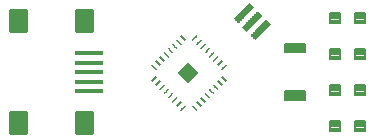
<source format=gbr>
G04 EAGLE Gerber RS-274X export*
G75*
%MOMM*%
%FSLAX34Y34*%
%LPD*%
%INSolderpaste Top*%
%IPPOS*%
%AMOC8*
5,1,8,0,0,1.08239X$1,22.5*%
G01*
%ADD10C,0.155447*%
%ADD11R,2.387600X0.355600*%
%ADD12C,0.373888*%
%ADD13C,0.060234*%
%ADD14C,0.209519*%
%ADD15R,1.270000X1.270000*%
%ADD16C,0.071453*%


D10*
X236743Y105679D02*
X236743Y112761D01*
X253477Y112761D01*
X253477Y105679D01*
X236743Y105679D01*
X236743Y107155D02*
X253477Y107155D01*
X253477Y108631D02*
X236743Y108631D01*
X236743Y110107D02*
X253477Y110107D01*
X253477Y111583D02*
X236743Y111583D01*
X236743Y72756D02*
X236743Y65674D01*
X236743Y72756D02*
X253477Y72756D01*
X253477Y65674D01*
X236743Y65674D01*
X236743Y67150D02*
X253477Y67150D01*
X253477Y68626D02*
X236743Y68626D01*
X236743Y70102D02*
X253477Y70102D01*
X253477Y71578D02*
X236743Y71578D01*
D11*
X70612Y72898D03*
X70612Y80898D03*
X70612Y88898D03*
X70612Y96898D03*
X70612Y104898D03*
D12*
X17391Y54522D02*
X4873Y54522D01*
X17391Y54522D02*
X17391Y36924D01*
X4873Y36924D01*
X4873Y54522D01*
X4873Y40476D02*
X17391Y40476D01*
X17391Y44028D02*
X4873Y44028D01*
X4873Y47580D02*
X17391Y47580D01*
X17391Y51132D02*
X4873Y51132D01*
X60753Y54522D02*
X73271Y54522D01*
X73271Y36924D01*
X60753Y36924D01*
X60753Y54522D01*
X60753Y40476D02*
X73271Y40476D01*
X73271Y44028D02*
X60753Y44028D01*
X60753Y47580D02*
X73271Y47580D01*
X73271Y51132D02*
X60753Y51132D01*
X60753Y140882D02*
X73271Y140882D01*
X73271Y123284D01*
X60753Y123284D01*
X60753Y140882D01*
X60753Y126836D02*
X73271Y126836D01*
X73271Y130388D02*
X60753Y130388D01*
X60753Y133940D02*
X73271Y133940D01*
X73271Y137492D02*
X60753Y137492D01*
X17391Y140882D02*
X4873Y140882D01*
X17391Y140882D02*
X17391Y123284D01*
X4873Y123284D01*
X4873Y140882D01*
X4873Y126836D02*
X17391Y126836D01*
X17391Y130388D02*
X4873Y130388D01*
X4873Y133940D02*
X17391Y133940D01*
X17391Y137492D02*
X4873Y137492D01*
D13*
X196867Y131093D02*
X209505Y143731D01*
X196867Y131093D02*
X193421Y134539D01*
X206059Y147177D01*
X209505Y143731D01*
X197439Y131665D02*
X196295Y131665D01*
X195723Y132237D02*
X198011Y132237D01*
X198583Y132809D02*
X195151Y132809D01*
X194579Y133381D02*
X199155Y133381D01*
X199727Y133953D02*
X194007Y133953D01*
X193435Y134525D02*
X200299Y134525D01*
X200871Y135097D02*
X193979Y135097D01*
X194551Y135669D02*
X201443Y135669D01*
X202015Y136241D02*
X195123Y136241D01*
X195695Y136813D02*
X202587Y136813D01*
X203159Y137385D02*
X196267Y137385D01*
X196839Y137957D02*
X203731Y137957D01*
X204303Y138529D02*
X197411Y138529D01*
X197983Y139101D02*
X204875Y139101D01*
X205447Y139673D02*
X198555Y139673D01*
X199127Y140245D02*
X206019Y140245D01*
X206591Y140817D02*
X199699Y140817D01*
X200271Y141389D02*
X207163Y141389D01*
X207735Y141961D02*
X200843Y141961D01*
X201415Y142533D02*
X208307Y142533D01*
X208879Y143105D02*
X201987Y143105D01*
X202559Y143677D02*
X209451Y143677D01*
X208987Y144249D02*
X203131Y144249D01*
X203703Y144821D02*
X208415Y144821D01*
X207843Y145393D02*
X204275Y145393D01*
X204847Y145965D02*
X207271Y145965D01*
X206699Y146537D02*
X205419Y146537D01*
X205991Y147109D02*
X206127Y147109D01*
X216576Y136660D02*
X203938Y124022D01*
X200492Y127468D01*
X213130Y140106D01*
X216576Y136660D01*
X204510Y124594D02*
X203366Y124594D01*
X202794Y125166D02*
X205082Y125166D01*
X205654Y125738D02*
X202222Y125738D01*
X201650Y126310D02*
X206226Y126310D01*
X206798Y126882D02*
X201078Y126882D01*
X200506Y127454D02*
X207370Y127454D01*
X207942Y128026D02*
X201050Y128026D01*
X201622Y128598D02*
X208514Y128598D01*
X209086Y129170D02*
X202194Y129170D01*
X202766Y129742D02*
X209658Y129742D01*
X210230Y130314D02*
X203338Y130314D01*
X203910Y130886D02*
X210802Y130886D01*
X211374Y131458D02*
X204482Y131458D01*
X205054Y132030D02*
X211946Y132030D01*
X212518Y132602D02*
X205626Y132602D01*
X206198Y133174D02*
X213090Y133174D01*
X213662Y133746D02*
X206770Y133746D01*
X207342Y134318D02*
X214234Y134318D01*
X214806Y134890D02*
X207914Y134890D01*
X208486Y135462D02*
X215378Y135462D01*
X215950Y136034D02*
X209058Y136034D01*
X209630Y136606D02*
X216522Y136606D01*
X216058Y137178D02*
X210202Y137178D01*
X210774Y137750D02*
X215486Y137750D01*
X214914Y138322D02*
X211346Y138322D01*
X211918Y138894D02*
X214342Y138894D01*
X213770Y139466D02*
X212490Y139466D01*
X213062Y140038D02*
X213198Y140038D01*
X223647Y129589D02*
X211009Y116951D01*
X207563Y120397D01*
X220201Y133035D01*
X223647Y129589D01*
X211581Y117523D02*
X210437Y117523D01*
X209865Y118095D02*
X212153Y118095D01*
X212725Y118667D02*
X209293Y118667D01*
X208721Y119239D02*
X213297Y119239D01*
X213869Y119811D02*
X208149Y119811D01*
X207577Y120383D02*
X214441Y120383D01*
X215013Y120955D02*
X208121Y120955D01*
X208693Y121527D02*
X215585Y121527D01*
X216157Y122099D02*
X209265Y122099D01*
X209837Y122671D02*
X216729Y122671D01*
X217301Y123243D02*
X210409Y123243D01*
X210981Y123815D02*
X217873Y123815D01*
X218445Y124387D02*
X211553Y124387D01*
X212125Y124959D02*
X219017Y124959D01*
X219589Y125531D02*
X212697Y125531D01*
X213269Y126103D02*
X220161Y126103D01*
X220733Y126675D02*
X213841Y126675D01*
X214413Y127247D02*
X221305Y127247D01*
X221877Y127819D02*
X214985Y127819D01*
X215557Y128391D02*
X222449Y128391D01*
X223021Y128963D02*
X216129Y128963D01*
X216701Y129535D02*
X223593Y129535D01*
X223129Y130107D02*
X217273Y130107D01*
X217845Y130679D02*
X222557Y130679D01*
X221985Y131251D02*
X218417Y131251D01*
X218989Y131823D02*
X221413Y131823D01*
X220841Y132395D02*
X219561Y132395D01*
X220133Y132967D02*
X220269Y132967D01*
D14*
X304251Y108331D02*
X304251Y99949D01*
X295869Y99949D01*
X295869Y108331D01*
X304251Y108331D01*
X304251Y101939D02*
X295869Y101939D01*
X295869Y103929D02*
X304251Y103929D01*
X304251Y105919D02*
X295869Y105919D01*
X295869Y107909D02*
X304251Y107909D01*
X283251Y108331D02*
X283251Y99949D01*
X274869Y99949D01*
X274869Y108331D01*
X283251Y108331D01*
X283251Y101939D02*
X274869Y101939D01*
X274869Y103929D02*
X283251Y103929D01*
X283251Y105919D02*
X274869Y105919D01*
X274869Y107909D02*
X283251Y107909D01*
X304251Y130429D02*
X304251Y138811D01*
X304251Y130429D02*
X295869Y130429D01*
X295869Y138811D01*
X304251Y138811D01*
X304251Y132419D02*
X295869Y132419D01*
X295869Y134409D02*
X304251Y134409D01*
X304251Y136399D02*
X295869Y136399D01*
X295869Y138389D02*
X304251Y138389D01*
X283251Y138811D02*
X283251Y130429D01*
X274869Y130429D01*
X274869Y138811D01*
X283251Y138811D01*
X283251Y132419D02*
X274869Y132419D01*
X274869Y134409D02*
X283251Y134409D01*
X283251Y136399D02*
X274869Y136399D01*
X274869Y138389D02*
X283251Y138389D01*
X274869Y77851D02*
X274869Y69469D01*
X274869Y77851D02*
X283251Y77851D01*
X283251Y69469D01*
X274869Y69469D01*
X274869Y71459D02*
X283251Y71459D01*
X283251Y73449D02*
X274869Y73449D01*
X274869Y75439D02*
X283251Y75439D01*
X283251Y77429D02*
X274869Y77429D01*
X295869Y77851D02*
X295869Y69469D01*
X295869Y77851D02*
X304251Y77851D01*
X304251Y69469D01*
X295869Y69469D01*
X295869Y71459D02*
X304251Y71459D01*
X304251Y73449D02*
X295869Y73449D01*
X295869Y75439D02*
X304251Y75439D01*
X304251Y77429D02*
X295869Y77429D01*
X274869Y47371D02*
X274869Y38989D01*
X274869Y47371D02*
X283251Y47371D01*
X283251Y38989D01*
X274869Y38989D01*
X274869Y40979D02*
X283251Y40979D01*
X283251Y42969D02*
X274869Y42969D01*
X274869Y44959D02*
X283251Y44959D01*
X283251Y46949D02*
X274869Y46949D01*
X295869Y47371D02*
X295869Y38989D01*
X295869Y47371D02*
X304251Y47371D01*
X304251Y38989D01*
X295869Y38989D01*
X295869Y40979D02*
X304251Y40979D01*
X304251Y42969D02*
X295869Y42969D01*
X295869Y44959D02*
X304251Y44959D01*
X304251Y46949D02*
X295869Y46949D01*
D15*
G36*
X145960Y88392D02*
X154940Y97372D01*
X163920Y88392D01*
X154940Y79412D01*
X145960Y88392D01*
G37*
D16*
X182756Y91858D02*
X183154Y91460D01*
X182756Y91858D02*
X186122Y95224D01*
X186520Y94826D01*
X183154Y91460D01*
X183037Y92139D02*
X183833Y92139D01*
X183716Y92818D02*
X184512Y92818D01*
X184395Y93497D02*
X185191Y93497D01*
X185074Y94176D02*
X185870Y94176D01*
X185753Y94855D02*
X186491Y94855D01*
X179619Y94995D02*
X179221Y95393D01*
X182587Y98759D01*
X182985Y98361D01*
X179619Y94995D01*
X179502Y95674D02*
X180298Y95674D01*
X180181Y96353D02*
X180977Y96353D01*
X180860Y97032D02*
X181656Y97032D01*
X181539Y97711D02*
X182335Y97711D01*
X182218Y98390D02*
X182956Y98390D01*
X176083Y98531D02*
X175685Y98929D01*
X179051Y102295D01*
X179449Y101897D01*
X176083Y98531D01*
X175966Y99210D02*
X176762Y99210D01*
X176645Y99889D02*
X177441Y99889D01*
X177324Y100568D02*
X178120Y100568D01*
X178003Y101247D02*
X178799Y101247D01*
X178682Y101926D02*
X179420Y101926D01*
X172548Y102066D02*
X172150Y102464D01*
X175516Y105830D01*
X175914Y105432D01*
X172548Y102066D01*
X172431Y102745D02*
X173227Y102745D01*
X173110Y103424D02*
X173906Y103424D01*
X173789Y104103D02*
X174585Y104103D01*
X174468Y104782D02*
X175264Y104782D01*
X175147Y105461D02*
X175885Y105461D01*
X169012Y105602D02*
X168614Y106000D01*
X171980Y109366D01*
X172378Y108968D01*
X169012Y105602D01*
X168895Y106281D02*
X169691Y106281D01*
X169574Y106960D02*
X170370Y106960D01*
X170253Y107639D02*
X171049Y107639D01*
X170932Y108318D02*
X171728Y108318D01*
X171611Y108997D02*
X172349Y108997D01*
X165477Y109137D02*
X165079Y109535D01*
X168445Y112901D01*
X168843Y112503D01*
X165477Y109137D01*
X165360Y109816D02*
X166156Y109816D01*
X166039Y110495D02*
X166835Y110495D01*
X166718Y111174D02*
X167514Y111174D01*
X167397Y111853D02*
X168193Y111853D01*
X168076Y112532D02*
X168814Y112532D01*
X161941Y112673D02*
X161543Y113071D01*
X164909Y116437D01*
X165307Y116039D01*
X161941Y112673D01*
X161824Y113352D02*
X162620Y113352D01*
X162503Y114031D02*
X163299Y114031D01*
X163182Y114710D02*
X163978Y114710D01*
X163861Y115389D02*
X164657Y115389D01*
X164540Y116068D02*
X165278Y116068D01*
X158406Y116208D02*
X158008Y116606D01*
X161374Y119972D01*
X161772Y119574D01*
X158406Y116208D01*
X158289Y116887D02*
X159085Y116887D01*
X158968Y117566D02*
X159764Y117566D01*
X159647Y118245D02*
X160443Y118245D01*
X160326Y118924D02*
X161122Y118924D01*
X161005Y119603D02*
X161743Y119603D01*
X151872Y116606D02*
X151474Y116208D01*
X148108Y119574D01*
X148506Y119972D01*
X151872Y116606D01*
X151591Y116887D02*
X150795Y116887D01*
X150912Y117566D02*
X150116Y117566D01*
X150233Y118245D02*
X149437Y118245D01*
X149554Y118924D02*
X148758Y118924D01*
X148875Y119603D02*
X148137Y119603D01*
X148337Y113071D02*
X147939Y112673D01*
X144573Y116039D01*
X144971Y116437D01*
X148337Y113071D01*
X148056Y113352D02*
X147260Y113352D01*
X147377Y114031D02*
X146581Y114031D01*
X146698Y114710D02*
X145902Y114710D01*
X146019Y115389D02*
X145223Y115389D01*
X145340Y116068D02*
X144602Y116068D01*
X144801Y109535D02*
X144403Y109137D01*
X141037Y112503D01*
X141435Y112901D01*
X144801Y109535D01*
X144520Y109816D02*
X143724Y109816D01*
X143841Y110495D02*
X143045Y110495D01*
X143162Y111174D02*
X142366Y111174D01*
X142483Y111853D02*
X141687Y111853D01*
X141804Y112532D02*
X141066Y112532D01*
X141266Y106000D02*
X140868Y105602D01*
X137502Y108968D01*
X137900Y109366D01*
X141266Y106000D01*
X140985Y106281D02*
X140189Y106281D01*
X140306Y106960D02*
X139510Y106960D01*
X139627Y107639D02*
X138831Y107639D01*
X138948Y108318D02*
X138152Y108318D01*
X138269Y108997D02*
X137531Y108997D01*
X137730Y102464D02*
X137332Y102066D01*
X133966Y105432D01*
X134364Y105830D01*
X137730Y102464D01*
X137449Y102745D02*
X136653Y102745D01*
X136770Y103424D02*
X135974Y103424D01*
X136091Y104103D02*
X135295Y104103D01*
X135412Y104782D02*
X134616Y104782D01*
X134733Y105461D02*
X133995Y105461D01*
X134195Y98929D02*
X133797Y98531D01*
X130431Y101897D01*
X130829Y102295D01*
X134195Y98929D01*
X133914Y99210D02*
X133118Y99210D01*
X133235Y99889D02*
X132439Y99889D01*
X132556Y100568D02*
X131760Y100568D01*
X131877Y101247D02*
X131081Y101247D01*
X131198Y101926D02*
X130460Y101926D01*
X130659Y95393D02*
X130261Y94995D01*
X126895Y98361D01*
X127293Y98759D01*
X130659Y95393D01*
X130378Y95674D02*
X129582Y95674D01*
X129699Y96353D02*
X128903Y96353D01*
X129020Y97032D02*
X128224Y97032D01*
X128341Y97711D02*
X127545Y97711D01*
X127662Y98390D02*
X126924Y98390D01*
X127124Y91858D02*
X126726Y91460D01*
X123360Y94826D01*
X123758Y95224D01*
X127124Y91858D01*
X126843Y92139D02*
X126047Y92139D01*
X126164Y92818D02*
X125368Y92818D01*
X125485Y93497D02*
X124689Y93497D01*
X124806Y94176D02*
X124010Y94176D01*
X124127Y94855D02*
X123389Y94855D01*
X123360Y81958D02*
X123758Y81560D01*
X123360Y81958D02*
X126726Y85324D01*
X127124Y84926D01*
X123758Y81560D01*
X123641Y82239D02*
X124437Y82239D01*
X124320Y82918D02*
X125116Y82918D01*
X124999Y83597D02*
X125795Y83597D01*
X125678Y84276D02*
X126474Y84276D01*
X126357Y84955D02*
X127095Y84955D01*
X126895Y78423D02*
X127293Y78025D01*
X126895Y78423D02*
X130261Y81789D01*
X130659Y81391D01*
X127293Y78025D01*
X127176Y78704D02*
X127972Y78704D01*
X127855Y79383D02*
X128651Y79383D01*
X128534Y80062D02*
X129330Y80062D01*
X129213Y80741D02*
X130009Y80741D01*
X129892Y81420D02*
X130630Y81420D01*
X130431Y74887D02*
X130829Y74489D01*
X130431Y74887D02*
X133797Y78253D01*
X134195Y77855D01*
X130829Y74489D01*
X130712Y75168D02*
X131508Y75168D01*
X131391Y75847D02*
X132187Y75847D01*
X132070Y76526D02*
X132866Y76526D01*
X132749Y77205D02*
X133545Y77205D01*
X133428Y77884D02*
X134166Y77884D01*
X133966Y71352D02*
X134364Y70954D01*
X133966Y71352D02*
X137332Y74718D01*
X137730Y74320D01*
X134364Y70954D01*
X134247Y71633D02*
X135043Y71633D01*
X134926Y72312D02*
X135722Y72312D01*
X135605Y72991D02*
X136401Y72991D01*
X136284Y73670D02*
X137080Y73670D01*
X136963Y74349D02*
X137701Y74349D01*
X137502Y67816D02*
X137900Y67418D01*
X137502Y67816D02*
X140868Y71182D01*
X141266Y70784D01*
X137900Y67418D01*
X137783Y68097D02*
X138579Y68097D01*
X138462Y68776D02*
X139258Y68776D01*
X139141Y69455D02*
X139937Y69455D01*
X139820Y70134D02*
X140616Y70134D01*
X140499Y70813D02*
X141237Y70813D01*
X141037Y64281D02*
X141435Y63883D01*
X141037Y64281D02*
X144403Y67647D01*
X144801Y67249D01*
X141435Y63883D01*
X141318Y64562D02*
X142114Y64562D01*
X141997Y65241D02*
X142793Y65241D01*
X142676Y65920D02*
X143472Y65920D01*
X143355Y66599D02*
X144151Y66599D01*
X144034Y67278D02*
X144772Y67278D01*
X144573Y60745D02*
X144971Y60347D01*
X144573Y60745D02*
X147939Y64111D01*
X148337Y63713D01*
X144971Y60347D01*
X144854Y61026D02*
X145650Y61026D01*
X145533Y61705D02*
X146329Y61705D01*
X146212Y62384D02*
X147008Y62384D01*
X146891Y63063D02*
X147687Y63063D01*
X147570Y63742D02*
X148308Y63742D01*
X148108Y57210D02*
X148506Y56812D01*
X148108Y57210D02*
X151474Y60576D01*
X151872Y60178D01*
X148506Y56812D01*
X148389Y57491D02*
X149185Y57491D01*
X149068Y58170D02*
X149864Y58170D01*
X149747Y58849D02*
X150543Y58849D01*
X150426Y59528D02*
X151222Y59528D01*
X151105Y60207D02*
X151843Y60207D01*
X161374Y56812D02*
X161772Y57210D01*
X161374Y56812D02*
X158008Y60178D01*
X158406Y60576D01*
X161772Y57210D01*
X161491Y57491D02*
X160695Y57491D01*
X160812Y58170D02*
X160016Y58170D01*
X160133Y58849D02*
X159337Y58849D01*
X159454Y59528D02*
X158658Y59528D01*
X158775Y60207D02*
X158037Y60207D01*
X164909Y60347D02*
X165307Y60745D01*
X164909Y60347D02*
X161543Y63713D01*
X161941Y64111D01*
X165307Y60745D01*
X165026Y61026D02*
X164230Y61026D01*
X164347Y61705D02*
X163551Y61705D01*
X163668Y62384D02*
X162872Y62384D01*
X162989Y63063D02*
X162193Y63063D01*
X162310Y63742D02*
X161572Y63742D01*
X168445Y63883D02*
X168843Y64281D01*
X168445Y63883D02*
X165079Y67249D01*
X165477Y67647D01*
X168843Y64281D01*
X168562Y64562D02*
X167766Y64562D01*
X167883Y65241D02*
X167087Y65241D01*
X167204Y65920D02*
X166408Y65920D01*
X166525Y66599D02*
X165729Y66599D01*
X165846Y67278D02*
X165108Y67278D01*
X171980Y67418D02*
X172378Y67816D01*
X171980Y67418D02*
X168614Y70784D01*
X169012Y71182D01*
X172378Y67816D01*
X172097Y68097D02*
X171301Y68097D01*
X171418Y68776D02*
X170622Y68776D01*
X170739Y69455D02*
X169943Y69455D01*
X170060Y70134D02*
X169264Y70134D01*
X169381Y70813D02*
X168643Y70813D01*
X175516Y70954D02*
X175914Y71352D01*
X175516Y70954D02*
X172150Y74320D01*
X172548Y74718D01*
X175914Y71352D01*
X175633Y71633D02*
X174837Y71633D01*
X174954Y72312D02*
X174158Y72312D01*
X174275Y72991D02*
X173479Y72991D01*
X173596Y73670D02*
X172800Y73670D01*
X172917Y74349D02*
X172179Y74349D01*
X179051Y74489D02*
X179449Y74887D01*
X179051Y74489D02*
X175685Y77855D01*
X176083Y78253D01*
X179449Y74887D01*
X179168Y75168D02*
X178372Y75168D01*
X178489Y75847D02*
X177693Y75847D01*
X177810Y76526D02*
X177014Y76526D01*
X177131Y77205D02*
X176335Y77205D01*
X176452Y77884D02*
X175714Y77884D01*
X182587Y78025D02*
X182985Y78423D01*
X182587Y78025D02*
X179221Y81391D01*
X179619Y81789D01*
X182985Y78423D01*
X182704Y78704D02*
X181908Y78704D01*
X182025Y79383D02*
X181229Y79383D01*
X181346Y80062D02*
X180550Y80062D01*
X180667Y80741D02*
X179871Y80741D01*
X179988Y81420D02*
X179250Y81420D01*
X186122Y81560D02*
X186520Y81958D01*
X186122Y81560D02*
X182756Y84926D01*
X183154Y85324D01*
X186520Y81958D01*
X186239Y82239D02*
X185443Y82239D01*
X185560Y82918D02*
X184764Y82918D01*
X184881Y83597D02*
X184085Y83597D01*
X184202Y84276D02*
X183406Y84276D01*
X183523Y84955D02*
X182785Y84955D01*
M02*

</source>
